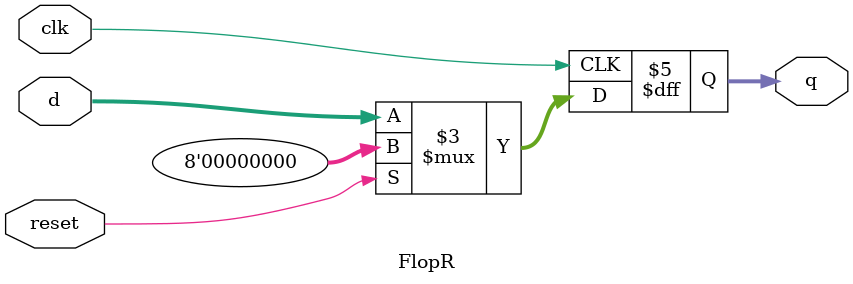
<source format=sv>
`timescale 1ns / 1ps

module FlopR #(parameter WIDTH=8)(
    input logic clk, reset,
    input logic [WIDTH-1:0] d,
    output logic [WIDTH-1:0] q);
    
    always_ff @(posedge clk)
        if (reset)
            q <= 0;
        else
            q <= d;
    
endmodule

</source>
